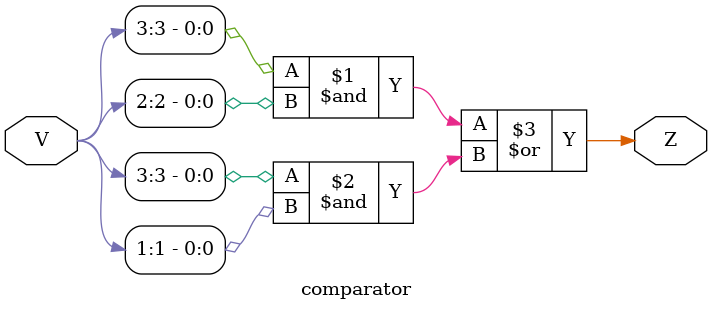
<source format=v>
module p2(V,HEX0,HEX1);
	input [3:0]V;
	output [6:0]HEX1,HEX0;
	wire [3:0]z;
	wire[3:0]A;
	wire[3:0]F;
	VtoA m(V,A);
	comparator comp(V,z[0]);
	Fourto1 mux(V,A,z[0],F);
	assign z[3:1]=3'b0;
	p1 H1(z,HEX1);
	p1 H0(F,HEX0);
endmodule

module Fourto1(V,A,S,Z);//4 bit 2to1 mux
	input [3:0]V,A;
	input S;
	output [3:0]Z;
	assign Z[0]=(~S&V[0]|S&A[0]);
	assign Z[1]=(~S&V[1]|S&A[1]);
	assign Z[2]=(~S&V[2]|S&A[2]);
	assign Z[3]=(~S&V[3]|S&A[3]);
endmodule

module VtoA(V,Z);
	input [2:0]V;
	output [3:0]Z;
	assign Z[3] = 1'b0;
	assign Z[2] = V[2]&V[1];
	assign Z[1] = V[2]&~V[1];
	assign Z[0] = (~V[2]&V[1]&V[0])|(V[2]&~V[1]&V[0])|(V[2]&V[1]&V[0]);
endmodule 

module comparator(V,Z);
	input [3:0]V;
	output Z;
	assign Z=(V[3]&V[2]|V[3]&V[1]);
endmodule 
</source>
